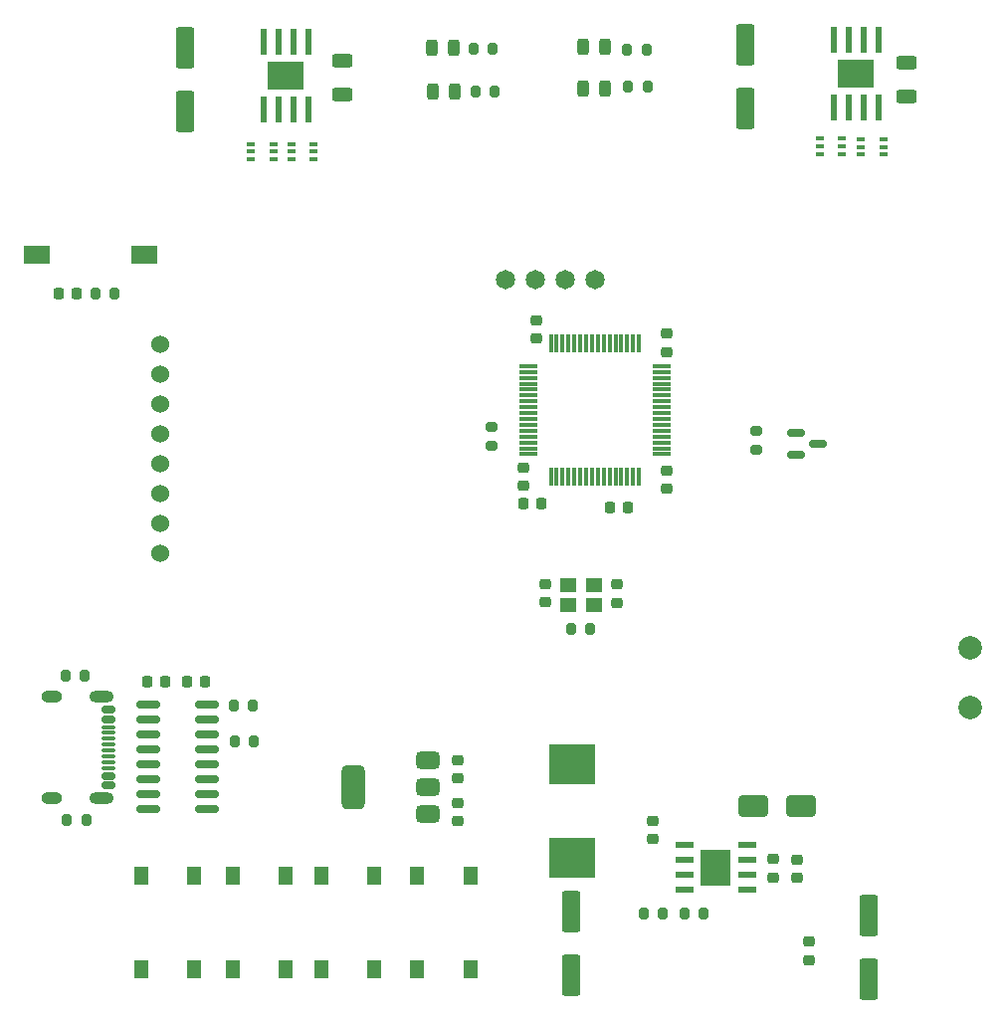
<source format=gbr>
%TF.GenerationSoftware,KiCad,Pcbnew,8.0.1*%
%TF.CreationDate,2024-06-22T21:51:16+08:00*%
%TF.ProjectId,car,6361722e-6b69-4636-9164-5f7063625858,rev?*%
%TF.SameCoordinates,Original*%
%TF.FileFunction,Paste,Top*%
%TF.FilePolarity,Positive*%
%FSLAX46Y46*%
G04 Gerber Fmt 4.6, Leading zero omitted, Abs format (unit mm)*
G04 Created by KiCad (PCBNEW 8.0.1) date 2024-06-22 21:51:16*
%MOMM*%
%LPD*%
G01*
G04 APERTURE LIST*
G04 Aperture macros list*
%AMRoundRect*
0 Rectangle with rounded corners*
0 $1 Rounding radius*
0 $2 $3 $4 $5 $6 $7 $8 $9 X,Y pos of 4 corners*
0 Add a 4 corners polygon primitive as box body*
4,1,4,$2,$3,$4,$5,$6,$7,$8,$9,$2,$3,0*
0 Add four circle primitives for the rounded corners*
1,1,$1+$1,$2,$3*
1,1,$1+$1,$4,$5*
1,1,$1+$1,$6,$7*
1,1,$1+$1,$8,$9*
0 Add four rect primitives between the rounded corners*
20,1,$1+$1,$2,$3,$4,$5,0*
20,1,$1+$1,$4,$5,$6,$7,0*
20,1,$1+$1,$6,$7,$8,$9,0*
20,1,$1+$1,$8,$9,$2,$3,0*%
G04 Aperture macros list end*
%ADD10RoundRect,0.225000X0.250000X-0.225000X0.250000X0.225000X-0.250000X0.225000X-0.250000X-0.225000X0*%
%ADD11R,1.550000X0.600000*%
%ADD12R,2.600000X3.100000*%
%ADD13RoundRect,0.100000X0.225000X0.100000X-0.225000X0.100000X-0.225000X-0.100000X0.225000X-0.100000X0*%
%ADD14RoundRect,0.375000X0.625000X0.375000X-0.625000X0.375000X-0.625000X-0.375000X0.625000X-0.375000X0*%
%ADD15RoundRect,0.500000X0.500000X1.400000X-0.500000X1.400000X-0.500000X-1.400000X0.500000X-1.400000X0*%
%ADD16RoundRect,0.250000X-0.550000X1.500000X-0.550000X-1.500000X0.550000X-1.500000X0.550000X1.500000X0*%
%ADD17RoundRect,0.225000X-0.225000X-0.250000X0.225000X-0.250000X0.225000X0.250000X-0.225000X0.250000X0*%
%ADD18RoundRect,0.150000X-0.425000X0.150000X-0.425000X-0.150000X0.425000X-0.150000X0.425000X0.150000X0*%
%ADD19RoundRect,0.075000X-0.500000X0.075000X-0.500000X-0.075000X0.500000X-0.075000X0.500000X0.075000X0*%
%ADD20O,2.100000X1.000000*%
%ADD21O,1.800000X1.000000*%
%ADD22RoundRect,0.200000X-0.200000X-0.275000X0.200000X-0.275000X0.200000X0.275000X-0.200000X0.275000X0*%
%ADD23RoundRect,0.250000X-0.625000X0.312500X-0.625000X-0.312500X0.625000X-0.312500X0.625000X0.312500X0*%
%ADD24R,2.180000X1.600000*%
%ADD25RoundRect,0.225000X-0.250000X0.225000X-0.250000X-0.225000X0.250000X-0.225000X0.250000X0.225000X0*%
%ADD26RoundRect,0.225000X0.225000X0.250000X-0.225000X0.250000X-0.225000X-0.250000X0.225000X-0.250000X0*%
%ADD27R,1.300000X1.550000*%
%ADD28RoundRect,0.200000X0.275000X-0.200000X0.275000X0.200000X-0.275000X0.200000X-0.275000X-0.200000X0*%
%ADD29R,4.000000X3.500000*%
%ADD30RoundRect,0.243750X-0.243750X-0.456250X0.243750X-0.456250X0.243750X0.456250X-0.243750X0.456250X0*%
%ADD31RoundRect,0.250000X0.625000X-0.312500X0.625000X0.312500X-0.625000X0.312500X-0.625000X-0.312500X0*%
%ADD32RoundRect,0.200000X-0.275000X0.200000X-0.275000X-0.200000X0.275000X-0.200000X0.275000X0.200000X0*%
%ADD33R,3.100000X2.400000*%
%ADD34R,0.500000X2.200000*%
%ADD35C,1.650000*%
%ADD36R,1.400000X1.200000*%
%ADD37RoundRect,0.200000X0.200000X0.275000X-0.200000X0.275000X-0.200000X-0.275000X0.200000X-0.275000X0*%
%ADD38C,2.000000*%
%ADD39RoundRect,0.075000X0.075000X-0.700000X0.075000X0.700000X-0.075000X0.700000X-0.075000X-0.700000X0*%
%ADD40RoundRect,0.075000X0.700000X-0.075000X0.700000X0.075000X-0.700000X0.075000X-0.700000X-0.075000X0*%
%ADD41RoundRect,0.250000X-1.000000X-0.650000X1.000000X-0.650000X1.000000X0.650000X-1.000000X0.650000X0*%
%ADD42RoundRect,0.150000X-0.825000X-0.150000X0.825000X-0.150000X0.825000X0.150000X-0.825000X0.150000X0*%
%ADD43C,1.524000*%
%ADD44RoundRect,0.150000X-0.587500X-0.150000X0.587500X-0.150000X0.587500X0.150000X-0.587500X0.150000X0*%
G04 APERTURE END LIST*
D10*
%TO.C,C19*%
X184925000Y-92750000D03*
X184925000Y-91200000D03*
%TD*%
D11*
%TO.C,U7*%
X186400000Y-134695000D03*
X186400000Y-135965000D03*
X186400000Y-137235000D03*
X186400000Y-138505000D03*
X191800000Y-138505000D03*
X191800000Y-137235000D03*
X191800000Y-135965000D03*
X191800000Y-134695000D03*
D12*
X189100000Y-136600000D03*
%TD*%
D13*
%TO.C,U6*%
X151450000Y-76350000D03*
X151450000Y-75700000D03*
X151450000Y-75050000D03*
X149550000Y-75050000D03*
X149550000Y-75700000D03*
X149550000Y-76350000D03*
%TD*%
D14*
%TO.C,U11*%
X164550000Y-132100000D03*
X164550000Y-129800000D03*
X164550000Y-127500000D03*
D15*
X158250000Y-129800000D03*
%TD*%
D13*
%TO.C,U3*%
X203350000Y-75950000D03*
X203350000Y-75300000D03*
X203350000Y-74650000D03*
X201450000Y-74650000D03*
X201450000Y-75300000D03*
X201450000Y-75950000D03*
%TD*%
D16*
%TO.C,C5*%
X202100000Y-140700000D03*
X202100000Y-146100000D03*
%TD*%
D17*
%TO.C,C15*%
X133150000Y-87800000D03*
X134700000Y-87800000D03*
%TD*%
D18*
%TO.C,P1*%
X137375000Y-123210000D03*
X137375000Y-124010000D03*
D19*
X137375000Y-125160000D03*
X137375000Y-126160000D03*
X137375000Y-126660000D03*
X137375000Y-127660000D03*
D18*
X137375000Y-128810000D03*
X137375000Y-129610000D03*
X137375000Y-129610000D03*
X137375000Y-128810000D03*
D19*
X137375000Y-128160000D03*
X137375000Y-127160000D03*
X137375000Y-125660000D03*
X137375000Y-124660000D03*
D18*
X137375000Y-124010000D03*
X137375000Y-123210000D03*
D20*
X136800000Y-122090000D03*
D21*
X132620000Y-122090000D03*
D20*
X136800000Y-130730000D03*
D21*
X132620000Y-130730000D03*
%TD*%
D22*
%TO.C,R7*%
X181562500Y-67000000D03*
X183212500Y-67000000D03*
%TD*%
D23*
%TO.C,R1*%
X157300000Y-67937500D03*
X157300000Y-70862500D03*
%TD*%
D24*
%TO.C,SW7*%
X131310000Y-84500000D03*
X140490000Y-84500000D03*
%TD*%
D22*
%TO.C,R18*%
X186400000Y-140500000D03*
X188050000Y-140500000D03*
%TD*%
D17*
%TO.C,C3*%
X140725000Y-120800000D03*
X142275000Y-120800000D03*
%TD*%
D10*
%TO.C,C16*%
X174567500Y-114050000D03*
X174567500Y-112500000D03*
%TD*%
D22*
%TO.C,R9*%
X133745000Y-120310000D03*
X135395000Y-120310000D03*
%TD*%
D25*
%TO.C,C20*%
X184925000Y-102850000D03*
X184925000Y-104400000D03*
%TD*%
D22*
%TO.C,R6*%
X168637500Y-70600000D03*
X170287500Y-70600000D03*
%TD*%
D26*
%TO.C,C18*%
X181625000Y-105950000D03*
X180075000Y-105950000D03*
%TD*%
D27*
%TO.C,KEY3*%
X155500000Y-145300000D03*
X155500000Y-137350000D03*
X160000000Y-145300000D03*
X160000000Y-137350000D03*
%TD*%
D28*
%TO.C,R17*%
X170025000Y-100775000D03*
X170025000Y-99125000D03*
%TD*%
D10*
%TO.C,C13*%
X183700000Y-134175000D03*
X183700000Y-132625000D03*
%TD*%
D29*
%TO.C,L2*%
X176900000Y-127800000D03*
X176900000Y-135800000D03*
%TD*%
D30*
%TO.C,D5*%
X177825000Y-70300000D03*
X179700000Y-70300000D03*
%TD*%
D31*
%TO.C,R2*%
X205315000Y-71050000D03*
X205315000Y-68125000D03*
%TD*%
D25*
%TO.C,C9*%
X167150000Y-127450000D03*
X167150000Y-129000000D03*
%TD*%
D27*
%TO.C,KEY1*%
X140200000Y-145300000D03*
X140200000Y-137350000D03*
X144700000Y-145300000D03*
X144700000Y-137350000D03*
%TD*%
D32*
%TO.C,R12*%
X192537500Y-99425000D03*
X192537500Y-101075000D03*
%TD*%
D10*
%TO.C,C11*%
X196000000Y-137475000D03*
X196000000Y-135925000D03*
%TD*%
D30*
%TO.C,D2*%
X164950000Y-66825000D03*
X166825000Y-66825000D03*
%TD*%
D22*
%TO.C,R5*%
X168462500Y-66925000D03*
X170112500Y-66925000D03*
%TD*%
D16*
%TO.C,C23*%
X176800000Y-140400000D03*
X176800000Y-145800000D03*
%TD*%
D33*
%TO.C,U8*%
X201015000Y-69075000D03*
D34*
X199110000Y-71950000D03*
X200380000Y-71950000D03*
X201650000Y-71950000D03*
X202920000Y-71950000D03*
X202920000Y-66200000D03*
X201650000Y-66200000D03*
X200380000Y-66200000D03*
X199110000Y-66200000D03*
%TD*%
D10*
%TO.C,C4*%
X194000000Y-137450000D03*
X194000000Y-135900000D03*
%TD*%
D16*
%TO.C,C1*%
X191615000Y-66625000D03*
X191615000Y-72025000D03*
%TD*%
D35*
%TO.C,OLED1*%
X171220000Y-86602000D03*
X173760000Y-86600000D03*
X176300000Y-86600000D03*
X178840000Y-86600000D03*
%TD*%
D33*
%TO.C,U5*%
X152500000Y-69250000D03*
D34*
X150595000Y-72125000D03*
X151865000Y-72125000D03*
X153135000Y-72125000D03*
X154405000Y-72125000D03*
X154405000Y-66375000D03*
X153135000Y-66375000D03*
X151865000Y-66375000D03*
X150595000Y-66375000D03*
%TD*%
D36*
%TO.C,Y1*%
X176500000Y-114300000D03*
X178700000Y-114300000D03*
X178700000Y-112600000D03*
X176500000Y-112600000D03*
%TD*%
D13*
%TO.C,U2*%
X154850000Y-76350000D03*
X154850000Y-75700000D03*
X154850000Y-75050000D03*
X152950000Y-75050000D03*
X152950000Y-75700000D03*
X152950000Y-76350000D03*
%TD*%
D37*
%TO.C,R3*%
X149725000Y-122800000D03*
X148075000Y-122800000D03*
%TD*%
D25*
%TO.C,C17*%
X180667500Y-112525000D03*
X180667500Y-114075000D03*
%TD*%
D22*
%TO.C,R14*%
X182925000Y-140500000D03*
X184575000Y-140500000D03*
%TD*%
%TO.C,R8*%
X181637500Y-70200000D03*
X183287500Y-70200000D03*
%TD*%
D25*
%TO.C,C12*%
X167150000Y-131125000D03*
X167150000Y-132675000D03*
%TD*%
D27*
%TO.C,KEY4*%
X168200000Y-137325000D03*
X168200000Y-145275000D03*
X163700000Y-137325000D03*
X163700000Y-145275000D03*
%TD*%
D38*
%TO.C,J13*%
X210700000Y-123040000D03*
X210700000Y-117960000D03*
%TD*%
D30*
%TO.C,D4*%
X177825000Y-66800000D03*
X179700000Y-66800000D03*
%TD*%
D25*
%TO.C,C21*%
X172725000Y-102575000D03*
X172725000Y-104125000D03*
%TD*%
D39*
%TO.C,U1*%
X175050000Y-103375000D03*
X175550000Y-103375000D03*
X176050000Y-103375000D03*
X176550000Y-103375000D03*
X177050000Y-103375000D03*
X177550000Y-103375000D03*
X178050000Y-103375000D03*
X178550000Y-103375000D03*
X179050000Y-103375000D03*
X179550000Y-103375000D03*
X180050000Y-103375000D03*
X180550000Y-103375000D03*
X181050000Y-103375000D03*
X181550000Y-103375000D03*
X182050000Y-103375000D03*
X182550000Y-103375000D03*
D40*
X184475000Y-101450000D03*
X184475000Y-100950000D03*
X184475000Y-100450000D03*
X184475000Y-99950000D03*
X184475000Y-99450000D03*
X184475000Y-98950000D03*
X184475000Y-98450000D03*
X184475000Y-97950000D03*
X184475000Y-97450000D03*
X184475000Y-96950000D03*
X184475000Y-96450000D03*
X184475000Y-95950000D03*
X184475000Y-95450000D03*
X184475000Y-94950000D03*
X184475000Y-94450000D03*
X184475000Y-93950000D03*
D39*
X182550000Y-92025000D03*
X182050000Y-92025000D03*
X181550000Y-92025000D03*
X181050000Y-92025000D03*
X180550000Y-92025000D03*
X180050000Y-92025000D03*
X179550000Y-92025000D03*
X179050000Y-92025000D03*
X178550000Y-92025000D03*
X178050000Y-92025000D03*
X177550000Y-92025000D03*
X177050000Y-92025000D03*
X176550000Y-92025000D03*
X176050000Y-92025000D03*
X175550000Y-92025000D03*
X175050000Y-92025000D03*
D40*
X173125000Y-93950000D03*
X173125000Y-94450000D03*
X173125000Y-94950000D03*
X173125000Y-95450000D03*
X173125000Y-95950000D03*
X173125000Y-96450000D03*
X173125000Y-96950000D03*
X173125000Y-97450000D03*
X173125000Y-97950000D03*
X173125000Y-98450000D03*
X173125000Y-98950000D03*
X173125000Y-99450000D03*
X173125000Y-99950000D03*
X173125000Y-100450000D03*
X173125000Y-100950000D03*
X173125000Y-101450000D03*
%TD*%
D26*
%TO.C,C10*%
X145650000Y-120800000D03*
X144100000Y-120800000D03*
%TD*%
D37*
%TO.C,R4*%
X149800000Y-125900000D03*
X148150000Y-125900000D03*
%TD*%
D10*
%TO.C,C6*%
X197000000Y-144475000D03*
X197000000Y-142925000D03*
%TD*%
D41*
%TO.C,D1*%
X192300000Y-131400000D03*
X196300000Y-131400000D03*
%TD*%
D27*
%TO.C,KEY2*%
X148000000Y-145300000D03*
X148000000Y-137350000D03*
X152500000Y-145300000D03*
X152500000Y-137350000D03*
%TD*%
D30*
%TO.C,D3*%
X164987500Y-70562500D03*
X166862500Y-70562500D03*
%TD*%
D42*
%TO.C,U10*%
X140825000Y-122755000D03*
X140825000Y-124025000D03*
X140825000Y-125295000D03*
X140825000Y-126565000D03*
X140825000Y-127835000D03*
X140825000Y-129105000D03*
X140825000Y-130375000D03*
X140825000Y-131645000D03*
X145775000Y-131645000D03*
X145775000Y-130375000D03*
X145775000Y-129105000D03*
X145775000Y-127835000D03*
X145775000Y-126565000D03*
X145775000Y-125295000D03*
X145775000Y-124025000D03*
X145775000Y-122755000D03*
%TD*%
D22*
%TO.C,R16*%
X176742500Y-116300000D03*
X178392500Y-116300000D03*
%TD*%
D43*
%TO.C,MPU6050*%
X141800000Y-92100000D03*
X141800000Y-94640000D03*
X141800000Y-97180000D03*
X141800000Y-99720000D03*
X141800000Y-102260000D03*
X141800000Y-104800000D03*
X141800000Y-107340000D03*
X141800000Y-109880000D03*
%TD*%
D37*
%TO.C,R13*%
X135520000Y-132610000D03*
X133870000Y-132610000D03*
%TD*%
D16*
%TO.C,C2*%
X143900000Y-66900000D03*
X143900000Y-72300000D03*
%TD*%
D13*
%TO.C,U4*%
X199850000Y-75900000D03*
X199850000Y-75250000D03*
X199850000Y-74600000D03*
X197950000Y-74600000D03*
X197950000Y-75250000D03*
X197950000Y-75900000D03*
%TD*%
D10*
%TO.C,C14*%
X173825000Y-91625000D03*
X173825000Y-90075000D03*
%TD*%
D26*
%TO.C,C22*%
X174275000Y-105650000D03*
X172725000Y-105650000D03*
%TD*%
D22*
%TO.C,R15*%
X136300000Y-87800000D03*
X137950000Y-87800000D03*
%TD*%
D44*
%TO.C,Q1*%
X195900000Y-99600000D03*
X195900000Y-101500000D03*
X197775000Y-100550000D03*
%TD*%
M02*

</source>
